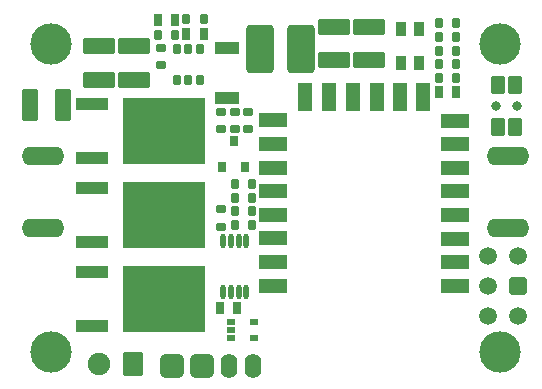
<source format=gts>
G04*
G04 #@! TF.GenerationSoftware,Altium Limited,Altium Designer,20.1.8 (145)*
G04*
G04 Layer_Color=32768*
%FSAX44Y44*%
%MOMM*%
G71*
G04*
G04 #@! TF.SameCoordinates,10942F88-9478-473C-A78C-30CC682ACA8F*
G04*
G04*
G04 #@! TF.FilePolarity,Negative*
G04*
G01*
G75*
%ADD34R,0.9000X1.3000*%
G04:AMPARAMS|DCode=35|XSize=0.45mm|YSize=0.7mm|CornerRadius=0.0518mm|HoleSize=0mm|Usage=FLASHONLY|Rotation=90.000|XOffset=0mm|YOffset=0mm|HoleType=Round|Shape=RoundedRectangle|*
%AMROUNDEDRECTD35*
21,1,0.4500,0.5965,0,0,90.0*
21,1,0.3465,0.7000,0,0,90.0*
1,1,0.1035,0.2983,0.1733*
1,1,0.1035,0.2983,-0.1733*
1,1,0.1035,-0.2983,-0.1733*
1,1,0.1035,-0.2983,0.1733*
%
%ADD35ROUNDEDRECTD35*%
G04:AMPARAMS|DCode=36|XSize=2.65mm|YSize=1.3mm|CornerRadius=0.056mm|HoleSize=0mm|Usage=FLASHONLY|Rotation=90.000|XOffset=0mm|YOffset=0mm|HoleType=Round|Shape=RoundedRectangle|*
%AMROUNDEDRECTD36*
21,1,2.6500,1.1880,0,0,90.0*
21,1,2.5380,1.3000,0,0,90.0*
1,1,0.1120,0.5940,1.2690*
1,1,0.1120,0.5940,-1.2690*
1,1,0.1120,-0.5940,-1.2690*
1,1,0.1120,-0.5940,1.2690*
%
%ADD36ROUNDEDRECTD36*%
G04:AMPARAMS|DCode=37|XSize=2.65mm|YSize=1.3mm|CornerRadius=0.056mm|HoleSize=0mm|Usage=FLASHONLY|Rotation=0.000|XOffset=0mm|YOffset=0mm|HoleType=Round|Shape=RoundedRectangle|*
%AMROUNDEDRECTD37*
21,1,2.6500,1.1880,0,0,0.0*
21,1,2.5380,1.3000,0,0,0.0*
1,1,0.1120,1.2690,-0.5940*
1,1,0.1120,-1.2690,-0.5940*
1,1,0.1120,-1.2690,0.5940*
1,1,0.1120,1.2690,0.5940*
%
%ADD37ROUNDEDRECTD37*%
G04:AMPARAMS|DCode=38|XSize=1.2mm|YSize=2.4mm|CornerRadius=0.0555mm|HoleSize=0mm|Usage=FLASHONLY|Rotation=270.000|XOffset=0mm|YOffset=0mm|HoleType=Round|Shape=RoundedRectangle|*
%AMROUNDEDRECTD38*
21,1,1.2000,2.2890,0,0,270.0*
21,1,1.0890,2.4000,0,0,270.0*
1,1,0.1110,-1.1445,-0.5445*
1,1,0.1110,-1.1445,0.5445*
1,1,0.1110,1.1445,0.5445*
1,1,0.1110,1.1445,-0.5445*
%
%ADD38ROUNDEDRECTD38*%
G04:AMPARAMS|DCode=39|XSize=1.2mm|YSize=2.4mm|CornerRadius=0.0555mm|HoleSize=0mm|Usage=FLASHONLY|Rotation=0.000|XOffset=0mm|YOffset=0mm|HoleType=Round|Shape=RoundedRectangle|*
%AMROUNDEDRECTD39*
21,1,1.2000,2.2890,0,0,0.0*
21,1,1.0890,2.4000,0,0,0.0*
1,1,0.1110,0.5445,-1.1445*
1,1,0.1110,-0.5445,-1.1445*
1,1,0.1110,-0.5445,1.1445*
1,1,0.1110,0.5445,1.1445*
%
%ADD39ROUNDEDRECTD39*%
G04:AMPARAMS|DCode=40|XSize=0.85mm|YSize=0.65mm|CornerRadius=0.0527mm|HoleSize=0mm|Usage=FLASHONLY|Rotation=90.000|XOffset=0mm|YOffset=0mm|HoleType=Round|Shape=RoundedRectangle|*
%AMROUNDEDRECTD40*
21,1,0.8500,0.5445,0,0,90.0*
21,1,0.7445,0.6500,0,0,90.0*
1,1,0.1055,0.2723,0.3723*
1,1,0.1055,0.2723,-0.3723*
1,1,0.1055,-0.2723,-0.3723*
1,1,0.1055,-0.2723,0.3723*
%
%ADD40ROUNDEDRECTD40*%
G04:AMPARAMS|DCode=41|XSize=0.95mm|YSize=0.7mm|CornerRadius=0.053mm|HoleSize=0mm|Usage=FLASHONLY|Rotation=90.000|XOffset=0mm|YOffset=0mm|HoleType=Round|Shape=RoundedRectangle|*
%AMROUNDEDRECTD41*
21,1,0.9500,0.5940,0,0,90.0*
21,1,0.8440,0.7000,0,0,90.0*
1,1,0.1060,0.2970,0.4220*
1,1,0.1060,0.2970,-0.4220*
1,1,0.1060,-0.2970,-0.4220*
1,1,0.1060,-0.2970,0.4220*
%
%ADD41ROUNDEDRECTD41*%
G04:AMPARAMS|DCode=42|XSize=0.64mm|YSize=0.85mm|CornerRadius=0.0527mm|HoleSize=0mm|Usage=FLASHONLY|Rotation=0.000|XOffset=0mm|YOffset=0mm|HoleType=Round|Shape=RoundedRectangle|*
%AMROUNDEDRECTD42*
21,1,0.6400,0.7446,0,0,0.0*
21,1,0.5346,0.8500,0,0,0.0*
1,1,0.1054,0.2673,-0.3723*
1,1,0.1054,-0.2673,-0.3723*
1,1,0.1054,-0.2673,0.3723*
1,1,0.1054,0.2673,0.3723*
%
%ADD42ROUNDEDRECTD42*%
G04:AMPARAMS|DCode=43|XSize=1.05mm|YSize=2.75mm|CornerRadius=0.0547mm|HoleSize=0mm|Usage=FLASHONLY|Rotation=90.000|XOffset=0mm|YOffset=0mm|HoleType=Round|Shape=RoundedRectangle|*
%AMROUNDEDRECTD43*
21,1,1.0500,2.6405,0,0,90.0*
21,1,0.9405,2.7500,0,0,90.0*
1,1,0.1095,1.3203,0.4703*
1,1,0.1095,1.3203,-0.4703*
1,1,0.1095,-1.3203,-0.4703*
1,1,0.1095,-1.3203,0.4703*
%
%ADD43ROUNDEDRECTD43*%
G04:AMPARAMS|DCode=44|XSize=5.65mm|YSize=6.9mm|CornerRadius=0.0778mm|HoleSize=0mm|Usage=FLASHONLY|Rotation=90.000|XOffset=0mm|YOffset=0mm|HoleType=Round|Shape=RoundedRectangle|*
%AMROUNDEDRECTD44*
21,1,5.6500,6.7445,0,0,90.0*
21,1,5.4945,6.9000,0,0,90.0*
1,1,0.1555,3.3723,2.7473*
1,1,0.1555,3.3723,-2.7473*
1,1,0.1555,-3.3723,-2.7473*
1,1,0.1555,-3.3723,2.7473*
%
%ADD44ROUNDEDRECTD44*%
%ADD45O,0.4500X1.2500*%
G04:AMPARAMS|DCode=46|XSize=0.85mm|YSize=0.65mm|CornerRadius=0.0527mm|HoleSize=0mm|Usage=FLASHONLY|Rotation=0.000|XOffset=0mm|YOffset=0mm|HoleType=Round|Shape=RoundedRectangle|*
%AMROUNDEDRECTD46*
21,1,0.8500,0.5445,0,0,0.0*
21,1,0.7445,0.6500,0,0,0.0*
1,1,0.1055,0.3723,-0.2723*
1,1,0.1055,-0.3723,-0.2723*
1,1,0.1055,-0.3723,0.2723*
1,1,0.1055,0.3723,0.2723*
%
%ADD46ROUNDEDRECTD46*%
G04:AMPARAMS|DCode=47|XSize=1.5mm|YSize=1.15mm|CornerRadius=0.0553mm|HoleSize=0mm|Usage=FLASHONLY|Rotation=90.000|XOffset=0mm|YOffset=0mm|HoleType=Round|Shape=RoundedRectangle|*
%AMROUNDEDRECTD47*
21,1,1.5000,1.0395,0,0,90.0*
21,1,1.3895,1.1500,0,0,90.0*
1,1,0.1105,0.5198,0.6948*
1,1,0.1105,0.5198,-0.6948*
1,1,0.1105,-0.5198,-0.6948*
1,1,0.1105,-0.5198,0.6948*
%
%ADD47ROUNDEDRECTD47*%
G04:AMPARAMS|DCode=48|XSize=1.95mm|YSize=1.1mm|CornerRadius=0.055mm|HoleSize=0mm|Usage=FLASHONLY|Rotation=180.000|XOffset=0mm|YOffset=0mm|HoleType=Round|Shape=RoundedRectangle|*
%AMROUNDEDRECTD48*
21,1,1.9500,0.9900,0,0,180.0*
21,1,1.8400,1.1000,0,0,180.0*
1,1,0.1100,-0.9200,0.4950*
1,1,0.1100,0.9200,0.4950*
1,1,0.1100,0.9200,-0.4950*
1,1,0.1100,-0.9200,-0.4950*
%
%ADD48ROUNDEDRECTD48*%
G04:AMPARAMS|DCode=49|XSize=0.65mm|YSize=0.9mm|CornerRadius=0.0527mm|HoleSize=0mm|Usage=FLASHONLY|Rotation=180.000|XOffset=0mm|YOffset=0mm|HoleType=Round|Shape=RoundedRectangle|*
%AMROUNDEDRECTD49*
21,1,0.6500,0.7945,0,0,180.0*
21,1,0.5445,0.9000,0,0,180.0*
1,1,0.1055,-0.2723,0.3973*
1,1,0.1055,0.2723,0.3973*
1,1,0.1055,0.2723,-0.3973*
1,1,0.1055,-0.2723,-0.3973*
%
%ADD49ROUNDEDRECTD49*%
G04:AMPARAMS|DCode=50|XSize=4.1mm|YSize=2.3mm|CornerRadius=0.27mm|HoleSize=0mm|Usage=FLASHONLY|Rotation=90.000|XOffset=0mm|YOffset=0mm|HoleType=Round|Shape=RoundedRectangle|*
%AMROUNDEDRECTD50*
21,1,4.1000,1.7600,0,0,90.0*
21,1,3.5600,2.3000,0,0,90.0*
1,1,0.5400,0.8800,1.7800*
1,1,0.5400,0.8800,-1.7800*
1,1,0.5400,-0.8800,-1.7800*
1,1,0.5400,-0.8800,1.7800*
%
%ADD50ROUNDEDRECTD50*%
%ADD51C,1.5000*%
G04:AMPARAMS|DCode=52|XSize=1.5mm|YSize=1.5mm|CornerRadius=0.15mm|HoleSize=0mm|Usage=FLASHONLY|Rotation=180.000|XOffset=0mm|YOffset=0mm|HoleType=Round|Shape=RoundedRectangle|*
%AMROUNDEDRECTD52*
21,1,1.5000,1.2000,0,0,180.0*
21,1,1.2000,1.5000,0,0,180.0*
1,1,0.3000,-0.6000,0.6000*
1,1,0.3000,0.6000,0.6000*
1,1,0.3000,0.6000,-0.6000*
1,1,0.3000,-0.6000,-0.6000*
%
%ADD52ROUNDEDRECTD52*%
G04:AMPARAMS|DCode=53|XSize=1.7mm|YSize=2.1mm|CornerRadius=0.21mm|HoleSize=0mm|Usage=FLASHONLY|Rotation=0.000|XOffset=0mm|YOffset=0mm|HoleType=Round|Shape=RoundedRectangle|*
%AMROUNDEDRECTD53*
21,1,1.7000,1.6800,0,0,0.0*
21,1,1.2800,2.1000,0,0,0.0*
1,1,0.4200,0.6400,-0.8400*
1,1,0.4200,-0.6400,-0.8400*
1,1,0.4200,-0.6400,0.8400*
1,1,0.4200,0.6400,0.8400*
%
%ADD53ROUNDEDRECTD53*%
%ADD54C,1.9000*%
%ADD55O,3.6000X1.6000*%
%ADD56C,0.8000*%
%ADD57C,3.5000*%
G04:AMPARAMS|DCode=58|XSize=1.4mm|YSize=2.1mm|CornerRadius=0.7mm|HoleSize=0mm|Usage=FLASHONLY|Rotation=0.000|XOffset=0mm|YOffset=0mm|HoleType=Round|Shape=RoundedRectangle|*
%AMROUNDEDRECTD58*
21,1,1.4000,0.7000,0,0,0.0*
21,1,0.0000,2.1000,0,0,0.0*
1,1,1.4000,0.0000,-0.3500*
1,1,1.4000,0.0000,-0.3500*
1,1,1.4000,0.0000,0.3500*
1,1,1.4000,0.0000,0.3500*
%
%ADD58ROUNDEDRECTD58*%
G04:AMPARAMS|DCode=59|XSize=2.1mm|YSize=2.1mm|CornerRadius=0.55mm|HoleSize=0mm|Usage=FLASHONLY|Rotation=0.000|XOffset=0mm|YOffset=0mm|HoleType=Round|Shape=RoundedRectangle|*
%AMROUNDEDRECTD59*
21,1,2.1000,1.0000,0,0,0.0*
21,1,1.0000,2.1000,0,0,0.0*
1,1,1.1000,0.5000,-0.5000*
1,1,1.1000,-0.5000,-0.5000*
1,1,1.1000,-0.5000,0.5000*
1,1,1.1000,0.5000,0.5000*
%
%ADD59ROUNDEDRECTD59*%
D34*
X00326214Y00274318D02*
D03*
X00341214D02*
D03*
Y00303318D02*
D03*
X00326214D02*
D03*
D35*
X00201656Y00054740D02*
D03*
Y00041740D02*
D03*
X00182156D02*
D03*
Y00048240D02*
D03*
Y00054740D02*
D03*
D36*
X00012166Y00238890D02*
D03*
X00040166D02*
D03*
D37*
X00099984Y00288276D02*
D03*
Y00260276D02*
D03*
X00269271Y00277144D02*
D03*
Y00305144D02*
D03*
X00070521Y00288276D02*
D03*
Y00260276D02*
D03*
X00298773Y00277144D02*
D03*
Y00305144D02*
D03*
D38*
X00372152Y00085666D02*
D03*
Y00205300D02*
D03*
X00217942Y00225620D02*
D03*
X00372152Y00105478D02*
D03*
Y00125544D02*
D03*
Y00145356D02*
D03*
Y00165676D02*
D03*
Y00185488D02*
D03*
Y00225366D02*
D03*
X00217942Y00205554D02*
D03*
Y00185742D02*
D03*
X00218196Y00165676D02*
D03*
Y00145610D02*
D03*
Y00125798D02*
D03*
Y00105478D02*
D03*
Y00085666D02*
D03*
D39*
X00345212Y00245194D02*
D03*
X00325400D02*
D03*
X00305588D02*
D03*
X00285268D02*
D03*
X00265456D02*
D03*
X00245136D02*
D03*
D40*
X00358464Y00284661D02*
D03*
X00372964D02*
D03*
Y00296244D02*
D03*
X00358464D02*
D03*
Y00307746D02*
D03*
X00372964D02*
D03*
X00358464Y00273158D02*
D03*
X00372964D02*
D03*
Y00261656D02*
D03*
X00358464D02*
D03*
X00134829Y00298206D02*
D03*
X00120329D02*
D03*
X00185282Y00171958D02*
D03*
X00199782D02*
D03*
X00185282Y00160274D02*
D03*
X00199782D02*
D03*
X00159114Y00311404D02*
D03*
X00144614D02*
D03*
X00185300Y00148737D02*
D03*
X00199800D02*
D03*
X00185300Y00137174D02*
D03*
X00199800D02*
D03*
D41*
X00120329Y00310726D02*
D03*
X00134829D02*
D03*
X00144614Y00299240D02*
D03*
X00159114D02*
D03*
X00372964Y00249464D02*
D03*
X00358464D02*
D03*
X00187156Y00066459D02*
D03*
X00172656D02*
D03*
D42*
X00155768Y00285776D02*
D03*
X00146268D02*
D03*
X00136768D02*
D03*
X00155768Y00260276D02*
D03*
X00146268D02*
D03*
X00136768D02*
D03*
D43*
X00064728Y00239753D02*
D03*
Y00193953D02*
D03*
Y00097717D02*
D03*
Y00051916D02*
D03*
Y00122681D02*
D03*
Y00168481D02*
D03*
D44*
X00125728Y00216854D02*
D03*
Y00074816D02*
D03*
Y00145581D02*
D03*
D45*
X00175656Y00080664D02*
D03*
X00182156D02*
D03*
X00188656D02*
D03*
X00195156D02*
D03*
X00175656Y00123164D02*
D03*
X00182156D02*
D03*
X00188656D02*
D03*
X00195156D02*
D03*
D46*
X00122801Y00272328D02*
D03*
Y00286828D02*
D03*
X00174244Y00150261D02*
D03*
Y00135761D02*
D03*
X00185581Y00232884D02*
D03*
Y00218384D02*
D03*
X00174079D02*
D03*
Y00232884D02*
D03*
X00197084Y00218384D02*
D03*
Y00232884D02*
D03*
D47*
X00408134Y00256000D02*
D03*
X00422634D02*
D03*
Y00220000D02*
D03*
X00408134D02*
D03*
D48*
X00178504Y00244840D02*
D03*
Y00286840D02*
D03*
D49*
X00175006Y00186055D02*
D03*
X00194006D02*
D03*
X00184506Y00208055D02*
D03*
D50*
X00241527Y00286128D02*
D03*
X00206527D02*
D03*
D51*
X00399666Y00111232D02*
D03*
Y00085832D02*
D03*
Y00060432D02*
D03*
X00425066D02*
D03*
Y00111232D02*
D03*
D52*
Y00085832D02*
D03*
D53*
X00099727Y00019020D02*
D03*
D54*
X00070592D02*
D03*
D55*
X00023250Y00195502D02*
D03*
Y00134504D02*
D03*
X00416750Y00195502D02*
D03*
Y00134504D02*
D03*
D56*
X00424384Y00238000D02*
D03*
X00406384D02*
D03*
D57*
X00410000Y00290000D02*
D03*
Y00030000D02*
D03*
X00030000D02*
D03*
Y00290000D02*
D03*
D58*
X00200640Y00017750D02*
D03*
X00180524D02*
D03*
D59*
X00157968D02*
D03*
X00132060Y00018004D02*
D03*
M02*

</source>
